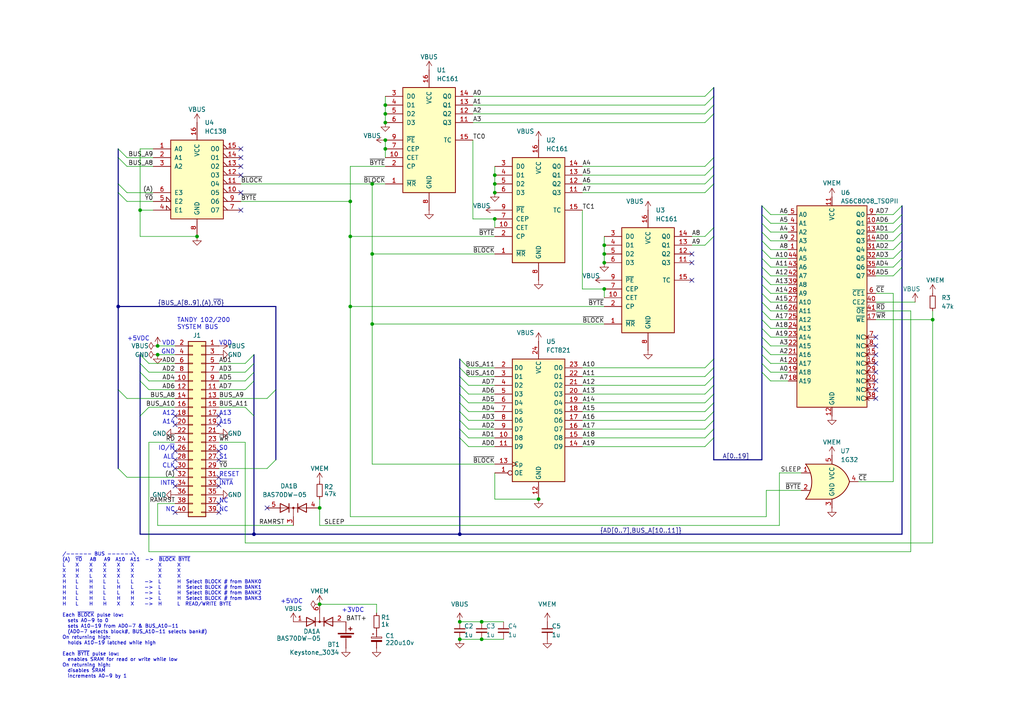
<source format=kicad_sch>
(kicad_sch (version 20231120) (generator "eeschema") (generator_version "8.0")
  (paper "A4")
  (title_block (title "MiniNDP 1M") (date "2024-05-21") (rev "B02") (company "Brian K. White - b.kenyon.w@gmail.com") (comment 1 "github.com/bkw777/NODE_DATAPAC") (comment 2 "Use with RAM100.CO or RAM200.CO") (comment 3 "Work-alike of NODE Systems DATAPAC / RAMPAC"))
  (junction (at 143.51 53.34))
  (junction (at 133.35 180.34))
  (junction (at 175.26 71.12))
  (junction (at 101.6 88.9))
  (junction (at 175.26 73.66))
  (junction (at 45.72 100.33))
  (junction (at 111.76 40.64))
  (junction (at 139.7 185.42))
  (junction (at 101.6 58.42))
  (junction (at 45.72 102.87))
  (junction (at 156.21 144.78))
  (junction (at 143.51 63.5))
  (junction (at 73.66 154.94))
  (junction (at 175.26 83.82))
  (junction (at 92.71 147.32))
  (junction (at 175.26 76.2))
  (junction (at 143.51 55.88))
  (junction (at 133.35 154.94))
  (junction (at 92.71 175.26))
  (junction (at 133.35 185.42))
  (junction (at 111.76 43.18))
  (junction (at 107.95 53.34))
  (junction (at 111.76 30.48))
  (junction (at 57.15 68.58))
  (junction (at 40.64 60.96))
  (junction (at 101.6 68.58))
  (junction (at 139.7 180.34))
  (junction (at 107.95 93.98))
  (junction (at 34.29 88.9))
  (junction (at 111.76 33.02))
  (junction (at 107.95 73.66))
  (junction (at 111.76 35.56))
  (junction (at 270.51 92.71))
  (junction (at 143.51 50.8))
  (no_connect (at 63.5 138.43))
  (no_connect (at 200.66 73.66))
  (no_connect (at 69.85 50.8))
  (no_connect (at 63.5 123.19))
  (no_connect (at 254 97.79))
  (no_connect (at 254 115.57))
  (no_connect (at 50.8 148.59))
  (no_connect (at 63.5 130.81))
  (no_connect (at 254 107.95))
  (no_connect (at 63.5 148.59))
  (no_connect (at 69.85 60.96))
  (no_connect (at 254 113.03))
  (no_connect (at 254 110.49))
  (no_connect (at 50.8 130.81))
  (no_connect (at 200.66 81.28))
  (no_connect (at 50.8 120.65))
  (no_connect (at 69.85 55.88))
  (no_connect (at 50.8 123.19))
  (no_connect (at 69.85 43.18))
  (no_connect (at 50.8 140.97))
  (no_connect (at 69.85 45.72))
  (no_connect (at 254 100.33))
  (no_connect (at 200.66 76.2))
  (no_connect (at 50.8 133.35))
  (no_connect (at 50.8 135.89))
  (no_connect (at 63.5 146.05))
  (no_connect (at 254 105.41))
  (no_connect (at 63.5 120.65))
  (no_connect (at 63.5 133.35))
  (no_connect (at 63.5 140.97))
  (no_connect (at 69.85 48.26))
  (no_connect (at 77.47 147.32))
  (no_connect (at 254 102.87))
  (bus_entry (at 204.47 71.12) (size 2.54 -2.54))
  (bus_entry (at 259.08 64.77) (size 2.54 -2.54))
  (bus_entry (at 204.47 27.94) (size 2.54 -2.54))
  (bus_entry (at 43.18 110.49) (size -2.54 -2.54))
  (bus_entry (at 133.35 124.46) (size 2.54 2.54))
  (bus_entry (at 204.47 35.56) (size 2.54 -2.54))
  (bus_entry (at 223.52 72.39) (size -2.54 -2.54))
  (bus_entry (at 204.47 129.54) (size 2.54 -2.54))
  (bus_entry (at 40.64 120.65) (size 2.54 -2.54))
  (bus_entry (at 204.47 116.84) (size 2.54 -2.54))
  (bus_entry (at 133.35 127) (size 2.54 2.54))
  (bus_entry (at 223.52 74.93) (size -2.54 -2.54))
  (bus_entry (at 223.52 85.09) (size -2.54 -2.54))
  (bus_entry (at 204.47 119.38) (size 2.54 -2.54))
  (bus_entry (at 133.35 119.38) (size 2.54 2.54))
  (bus_entry (at 34.29 53.34) (size 2.54 2.54))
  (bus_entry (at 43.18 113.03) (size -2.54 -2.54))
  (bus_entry (at 223.52 97.79) (size -2.54 -2.54))
  (bus_entry (at 43.18 105.41) (size -2.54 -2.54))
  (bus_entry (at 34.29 43.18) (size 2.54 2.54))
  (bus_entry (at 223.52 80.01) (size -2.54 -2.54))
  (bus_entry (at 223.52 77.47) (size -2.54 -2.54))
  (bus_entry (at 223.52 69.85) (size -2.54 -2.54))
  (bus_entry (at 204.47 53.34) (size 2.54 -2.54))
  (bus_entry (at 223.52 82.55) (size -2.54 -2.54))
  (bus_entry (at 223.52 90.17) (size -2.54 -2.54))
  (bus_entry (at 71.12 105.41) (size 2.54 -2.54))
  (bus_entry (at 80.01 133.35) (size -2.54 2.54))
  (bus_entry (at 204.47 111.76) (size 2.54 -2.54))
  (bus_entry (at 223.52 105.41) (size -2.54 -2.54))
  (bus_entry (at 259.08 72.39) (size 2.54 -2.54))
  (bus_entry (at 204.47 121.92) (size 2.54 -2.54))
  (bus_entry (at 223.52 64.77) (size -2.54 -2.54))
  (bus_entry (at 80.01 113.03) (size -2.54 2.54))
  (bus_entry (at 259.08 74.93) (size 2.54 -2.54))
  (bus_entry (at 133.35 121.92) (size 2.54 2.54))
  (bus_entry (at 223.52 102.87) (size -2.54 -2.54))
  (bus_entry (at 34.29 45.72) (size 2.54 2.54))
  (bus_entry (at 204.47 50.8) (size 2.54 -2.54))
  (bus_entry (at 34.29 55.88) (size 2.54 2.54))
  (bus_entry (at 223.52 87.63) (size -2.54 -2.54))
  (bus_entry (at 259.08 80.01) (size 2.54 -2.54))
  (bus_entry (at 259.08 77.47) (size 2.54 -2.54))
  (bus_entry (at 43.18 107.95) (size -2.54 -2.54))
  (bus_entry (at 71.12 113.03) (size 2.54 -2.54))
  (bus_entry (at 204.47 68.58) (size 2.54 -2.54))
  (bus_entry (at 133.35 106.68) (size 2.54 2.54))
  (bus_entry (at 204.47 109.22) (size 2.54 -2.54))
  (bus_entry (at 223.52 92.71) (size -2.54 -2.54))
  (bus_entry (at 259.08 67.31) (size 2.54 -2.54))
  (bus_entry (at 133.35 116.84) (size 2.54 2.54))
  (bus_entry (at 259.08 62.23) (size 2.54 -2.54))
  (bus_entry (at 223.52 100.33) (size -2.54 -2.54))
  (bus_entry (at 223.52 110.49) (size -2.54 -2.54))
  (bus_entry (at 204.47 106.68) (size 2.54 -2.54))
  (bus_entry (at 223.52 95.25) (size -2.54 -2.54))
  (bus_entry (at 204.47 48.26) (size 2.54 -2.54))
  (bus_entry (at 259.08 69.85) (size 2.54 -2.54))
  (bus_entry (at 34.29 113.03) (size 2.54 2.54))
  (bus_entry (at 133.35 114.3) (size 2.54 2.54))
  (bus_entry (at 223.52 107.95) (size -2.54 -2.54))
  (bus_entry (at 204.47 33.02) (size 2.54 -2.54))
  (bus_entry (at 133.35 104.14) (size 2.54 2.54))
  (bus_entry (at 73.66 120.65) (size -2.54 -2.54))
  (bus_entry (at 204.47 114.3) (size 2.54 -2.54))
  (bus_entry (at 223.52 62.23) (size -2.54 -2.54))
  (bus_entry (at 71.12 107.95) (size 2.54 -2.54))
  (bus_entry (at 204.47 127) (size 2.54 -2.54))
  (bus_entry (at 133.35 109.22) (size 2.54 2.54))
  (bus_entry (at 133.35 111.76) (size 2.54 2.54))
  (bus_entry (at 223.52 67.31) (size -2.54 -2.54))
  (bus_entry (at 204.47 124.46) (size 2.54 -2.54))
  (bus_entry (at 36.83 138.43) (size -2.54 -2.54))
  (bus_entry (at 204.47 55.88) (size 2.54 -2.54))
  (bus_entry (at 71.12 110.49) (size 2.54 -2.54))
  (bus_entry (at 204.47 30.48) (size 2.54 -2.54))
  (bus (pts (xy 133.35 119.38) (xy 133.35 121.92)))
  (wire (pts (xy 135.89 106.68) (xy 143.51 106.68)))
  (bus (pts (xy 220.98 95.25) (xy 220.98 97.79)))
  (wire (pts (xy 222.25 142.24) (xy 232.41 142.24)))
  (wire (pts (xy 101.6 149.86) (xy 222.25 149.86)))
  (bus (pts (xy 34.29 45.72) (xy 34.29 53.34)))
  (wire (pts (xy 111.76 40.64) (xy 111.76 43.18)))
  (wire (pts (xy 45.72 146.05) (xy 45.72 152.4)))
  (wire (pts (xy 223.52 82.55) (xy 228.6 82.55)))
  (wire (pts (xy 175.26 73.66) (xy 175.26 71.12)))
  (wire (pts (xy 200.66 68.58) (xy 204.47 68.58)))
  (bus (pts (xy 220.98 105.41) (xy 220.98 102.87)))
  (wire (pts (xy 111.76 30.48) (xy 111.76 33.02)))
  (wire (pts (xy 107.95 134.62) (xy 143.51 134.62)))
  (wire (pts (xy 254 80.01) (xy 259.08 80.01)))
  (wire (pts (xy 135.89 121.92) (xy 143.51 121.92)))
  (wire (pts (xy 143.51 137.16) (xy 143.51 144.78)))
  (wire (pts (xy 223.52 67.31) (xy 228.6 67.31)))
  (wire (pts (xy 168.91 114.3) (xy 204.47 114.3)))
  (bus (pts (xy 220.98 80.01) (xy 220.98 82.55)))
  (bus (pts (xy 220.98 133.35) (xy 220.98 107.95)))
  (wire (pts (xy 107.95 53.34) (xy 107.95 73.66)))
  (wire (pts (xy 137.16 27.94) (xy 204.47 27.94)))
  (wire (pts (xy 36.83 55.88) (xy 44.45 55.88)))
  (wire (pts (xy 222.25 142.24) (xy 222.25 149.86)))
  (wire (pts (xy 43.18 113.03) (xy 50.8 113.03)))
  (wire (pts (xy 226.06 137.16) (xy 232.41 137.16)))
  (bus (pts (xy 80.01 88.9) (xy 80.01 113.03)))
  (wire (pts (xy 36.83 115.57) (xy 50.8 115.57)))
  (bus (pts (xy 220.98 62.23) (xy 220.98 64.77)))
  (wire (pts (xy 107.95 93.98) (xy 107.95 134.62)))
  (bus (pts (xy 207.01 121.92) (xy 207.01 124.46)))
  (bus (pts (xy 40.64 105.41) (xy 40.64 107.95)))
  (wire (pts (xy 101.6 88.9) (xy 175.26 88.9)))
  (wire (pts (xy 175.26 83.82) (xy 168.91 83.82)))
  (bus (pts (xy 207.01 30.48) (xy 207.01 33.02)))
  (bus (pts (xy 207.01 33.02) (xy 207.01 45.72)))
  (wire (pts (xy 223.52 87.63) (xy 228.6 87.63)))
  (wire (pts (xy 139.7 185.42) (xy 146.05 185.42)))
  (wire (pts (xy 69.85 58.42) (xy 101.6 58.42)))
  (wire (pts (xy 43.18 105.41) (xy 50.8 105.41)))
  (wire (pts (xy 135.89 129.54) (xy 143.51 129.54)))
  (bus (pts (xy 207.01 133.35) (xy 220.98 133.35)))
  (wire (pts (xy 63.5 115.57) (xy 77.47 115.57)))
  (bus (pts (xy 207.01 50.8) (xy 207.01 53.34)))
  (bus (pts (xy 261.62 69.85) (xy 261.62 72.39)))
  (wire (pts (xy 254 74.93) (xy 259.08 74.93)))
  (bus (pts (xy 207.01 114.3) (xy 207.01 116.84)))
  (wire (pts (xy 168.91 127) (xy 204.47 127)))
  (wire (pts (xy 223.52 77.47) (xy 228.6 77.47)))
  (wire (pts (xy 143.51 48.26) (xy 143.51 50.8)))
  (bus (pts (xy 220.98 59.69) (xy 220.98 62.23)))
  (wire (pts (xy 168.91 106.68) (xy 204.47 106.68)))
  (wire (pts (xy 107.95 73.66) (xy 143.51 73.66)))
  (bus (pts (xy 73.66 120.65) (xy 73.66 154.94)))
  (bus (pts (xy 73.66 154.94) (xy 133.35 154.94)))
  (wire (pts (xy 223.52 64.77) (xy 228.6 64.77)))
  (wire (pts (xy 133.35 180.34) (xy 139.7 180.34)))
  (wire (pts (xy 168.91 124.46) (xy 204.47 124.46)))
  (bus (pts (xy 220.98 77.47) (xy 220.98 80.01)))
  (wire (pts (xy 168.91 116.84) (xy 204.47 116.84)))
  (wire (pts (xy 223.52 90.17) (xy 228.6 90.17)))
  (bus (pts (xy 220.98 74.93) (xy 220.98 77.47)))
  (wire (pts (xy 223.52 100.33) (xy 228.6 100.33)))
  (wire (pts (xy 111.76 45.72) (xy 111.76 43.18)))
  (bus (pts (xy 133.35 154.94) (xy 261.62 154.94)))
  (wire (pts (xy 45.72 100.33) (xy 50.8 100.33)))
  (wire (pts (xy 270.51 92.71) (xy 270.51 157.48)))
  (wire (pts (xy 71.12 128.27) (xy 71.12 157.48)))
  (bus (pts (xy 40.64 120.65) (xy 40.64 154.94)))
  (wire (pts (xy 139.7 180.34) (xy 146.05 180.34)))
  (wire (pts (xy 175.26 83.82) (xy 175.26 86.36)))
  (wire (pts (xy 223.52 69.85) (xy 228.6 69.85)))
  (bus (pts (xy 220.98 69.85) (xy 220.98 72.39)))
  (wire (pts (xy 135.89 119.38) (xy 143.51 119.38)))
  (bus (pts (xy 261.62 72.39) (xy 261.62 74.93)))
  (bus (pts (xy 220.98 82.55) (xy 220.98 85.09)))
  (wire (pts (xy 63.5 105.41) (xy 71.12 105.41)))
  (wire (pts (xy 200.66 71.12) (xy 204.47 71.12)))
  (wire (pts (xy 43.18 110.49) (xy 50.8 110.49)))
  (bus (pts (xy 34.29 113.03) (xy 34.29 135.89)))
  (wire (pts (xy 175.26 71.12) (xy 175.26 68.58)))
  (bus (pts (xy 34.29 55.88) (xy 34.29 88.9)))
  (bus (pts (xy 207.01 111.76) (xy 207.01 114.3)))
  (bus (pts (xy 261.62 64.77) (xy 261.62 67.31)))
  (wire (pts (xy 107.95 53.34) (xy 111.76 53.34)))
  (bus (pts (xy 207.01 106.68) (xy 207.01 109.22)))
  (bus (pts (xy 207.01 116.84) (xy 207.01 119.38)))
  (wire (pts (xy 168.91 119.38) (xy 204.47 119.38)))
  (bus (pts (xy 207.01 25.4) (xy 207.01 27.94)))
  (wire (pts (xy 223.52 97.79) (xy 228.6 97.79)))
  (bus (pts (xy 133.35 116.84) (xy 133.35 119.38)))
  (wire (pts (xy 101.6 68.58) (xy 101.6 88.9)))
  (wire (pts (xy 137.16 40.64) (xy 137.16 63.5)))
  (wire (pts (xy 137.16 35.56) (xy 204.47 35.56)))
  (bus (pts (xy 207.01 109.22) (xy 207.01 111.76)))
  (wire (pts (xy 133.35 185.42) (xy 139.7 185.42)))
  (bus (pts (xy 80.01 113.03) (xy 80.01 133.35)))
  (wire (pts (xy 168.91 129.54) (xy 204.47 129.54)))
  (wire (pts (xy 254 92.71) (xy 270.51 92.71)))
  (wire (pts (xy 254 69.85) (xy 259.08 69.85)))
  (wire (pts (xy 135.89 109.22) (xy 143.51 109.22)))
  (bus (pts (xy 40.64 110.49) (xy 40.64 120.65)))
  (wire (pts (xy 63.5 128.27) (xy 71.12 128.27)))
  (bus (pts (xy 207.01 127) (xy 207.01 133.35)))
  (wire (pts (xy 226.06 137.16) (xy 226.06 152.4)))
  (wire (pts (xy 135.89 127) (xy 143.51 127)))
  (wire (pts (xy 223.52 62.23) (xy 228.6 62.23)))
  (wire (pts (xy 168.91 109.22) (xy 204.47 109.22)))
  (wire (pts (xy 143.51 50.8) (xy 143.51 53.34)))
  (wire (pts (xy 45.72 102.87) (xy 50.8 102.87)))
  (bus (pts (xy 207.01 53.34) (xy 207.01 66.04)))
  (wire (pts (xy 111.76 27.94) (xy 111.76 30.48)))
  (bus (pts (xy 133.35 104.14) (xy 133.35 106.68)))
  (bus (pts (xy 207.01 66.04) (xy 207.01 68.58)))
  (wire (pts (xy 101.6 68.58) (xy 143.51 68.58)))
  (bus (pts (xy 261.62 62.23) (xy 261.62 64.77)))
  (wire (pts (xy 69.85 53.34) (xy 107.95 53.34)))
  (wire (pts (xy 137.16 63.5) (xy 143.51 63.5)))
  (bus (pts (xy 34.29 53.34) (xy 34.29 55.88)))
  (wire (pts (xy 40.64 60.96) (xy 40.64 68.58)))
  (bus (pts (xy 133.35 127) (xy 133.35 154.94)))
  (bus (pts (xy 261.62 74.93) (xy 261.62 77.47)))
  (bus (pts (xy 220.98 72.39) (xy 220.98 74.93)))
  (bus (pts (xy 73.66 105.41) (xy 73.66 107.95)))
  (bus (pts (xy 220.98 64.77) (xy 220.98 67.31)))
  (bus (pts (xy 261.62 59.69) (xy 261.62 62.23)))
  (bus (pts (xy 220.98 85.09) (xy 220.98 87.63)))
  (bus (pts (xy 73.66 107.95) (xy 73.66 110.49)))
  (wire (pts (xy 254 72.39) (xy 259.08 72.39)))
  (wire (pts (xy 168.91 50.8) (xy 204.47 50.8)))
  (bus (pts (xy 220.98 97.79) (xy 220.98 100.33)))
  (wire (pts (xy 109.22 177.8) (xy 109.22 175.26)))
  (wire (pts (xy 270.51 90.17) (xy 270.51 92.71)))
  (wire (pts (xy 135.89 114.3) (xy 143.51 114.3)))
  (wire (pts (xy 101.6 48.26) (xy 111.76 48.26)))
  (wire (pts (xy 223.52 85.09) (xy 228.6 85.09)))
  (bus (pts (xy 220.98 90.17) (xy 220.98 92.71)))
  (bus (pts (xy 133.35 111.76) (xy 133.35 114.3)))
  (wire (pts (xy 101.6 88.9) (xy 101.6 149.86)))
  (bus (pts (xy 40.64 107.95) (xy 40.64 110.49)))
  (wire (pts (xy 175.26 76.2) (xy 175.26 73.66)))
  (wire (pts (xy 168.91 55.88) (xy 204.47 55.88)))
  (bus (pts (xy 261.62 77.47) (xy 261.62 154.94)))
  (wire (pts (xy 40.64 68.58) (xy 57.15 68.58)))
  (wire (pts (xy 63.5 107.95) (xy 71.12 107.95)))
  (bus (pts (xy 207.01 124.46) (xy 207.01 127)))
  (wire (pts (xy 168.91 83.82) (xy 168.91 60.96)))
  (wire (pts (xy 168.91 53.34) (xy 204.47 53.34)))
  (wire (pts (xy 168.91 121.92) (xy 204.47 121.92)))
  (wire (pts (xy 223.52 72.39) (xy 228.6 72.39)))
  (wire (pts (xy 248.92 139.7) (xy 259.08 139.7)))
  (wire (pts (xy 223.52 80.01) (xy 228.6 80.01)))
  (bus (pts (xy 34.29 43.18) (xy 34.29 45.72)))
  (bus (pts (xy 261.62 67.31) (xy 261.62 69.85)))
  (bus (pts (xy 207.01 48.26) (xy 207.01 50.8)))
  (bus (pts (xy 73.66 102.87) (xy 73.66 105.41)))
  (wire (pts (xy 254 67.31) (xy 259.08 67.31)))
  (wire (pts (xy 135.89 116.84) (xy 143.51 116.84)))
  (bus (pts (xy 220.98 100.33) (xy 220.98 102.87)))
  (wire (pts (xy 40.64 43.18) (xy 40.64 60.96)))
  (wire (pts (xy 223.52 107.95) (xy 228.6 107.95)))
  (wire (pts (xy 254 64.77) (xy 259.08 64.77)))
  (bus (pts (xy 133.35 121.92) (xy 133.35 124.46)))
  (wire (pts (xy 254 62.23) (xy 259.08 62.23)))
  (bus (pts (xy 133.35 109.22) (xy 133.35 111.76)))
  (wire (pts (xy 223.52 102.87) (xy 228.6 102.87)))
  (bus (pts (xy 207.01 27.94) (xy 207.01 30.48)))
  (wire (pts (xy 265.43 87.63) (xy 254 87.63)))
  (wire (pts (xy 254 77.47) (xy 259.08 77.47)))
  (wire (pts (xy 43.18 128.27) (xy 43.18 160.02)))
  (wire (pts (xy 43.18 107.95) (xy 50.8 107.95)))
  (bus (pts (xy 207.01 104.14) (xy 207.01 106.68)))
  (wire (pts (xy 101.6 58.42) (xy 101.6 68.58)))
  (wire (pts (xy 63.5 113.03) (xy 71.12 113.03)))
  (bus (pts (xy 207.01 45.72) (xy 207.01 48.26)))
  (bus (pts (xy 34.29 88.9) (xy 34.29 113.03)))
  (wire (pts (xy 40.64 43.18) (xy 44.45 43.18)))
  (wire (pts (xy 63.5 118.11) (xy 71.12 118.11)))
  (wire (pts (xy 50.8 128.27) (xy 43.18 128.27)))
  (wire (pts (xy 270.51 157.48) (xy 71.12 157.48)))
  (wire (pts (xy 63.5 110.49) (xy 71.12 110.49)))
  (wire (pts (xy 36.83 48.26) (xy 44.45 48.26)))
  (wire (pts (xy 143.51 53.34) (xy 143.51 55.88)))
  (wire (pts (xy 259.08 85.09) (xy 259.08 139.7)))
  (wire (pts (xy 223.52 110.49) (xy 228.6 110.49)))
  (bus (pts (xy 220.98 92.71) (xy 220.98 95.25)))
  (wire (pts (xy 137.16 30.48) (xy 204.47 30.48)))
  (bus (pts (xy 34.29 88.9) (xy 80.01 88.9)))
  (wire (pts (xy 63.5 135.89) (xy 77.47 135.89)))
  (wire (pts (xy 109.22 175.26) (xy 92.71 175.26)))
  (wire (pts (xy 135.89 111.76) (xy 143.51 111.76)))
  (wire (pts (xy 92.71 144.78) (xy 92.71 147.32)))
  (wire (pts (xy 111.76 33.02) (xy 111.76 35.56)))
  (wire (pts (xy 223.52 105.41) (xy 228.6 105.41)))
  (bus (pts (xy 73.66 110.49) (xy 73.66 120.65)))
  (wire (pts (xy 45.72 146.05) (xy 50.8 146.05)))
  (wire (pts (xy 137.16 33.02) (xy 204.47 33.02)))
  (wire (pts (xy 107.95 73.66) (xy 107.95 93.98)))
  (bus (pts (xy 207.01 68.58) (xy 207.01 104.14)))
  (wire (pts (xy 143.51 144.78) (xy 156.21 144.78)))
  (bus (pts (xy 133.35 114.3) (xy 133.35 116.84)))
  (wire (pts (xy 43.18 118.11) (xy 50.8 118.11)))
  (wire (pts (xy 223.52 74.93) (xy 228.6 74.93)))
  (wire (pts (xy 259.08 85.09) (xy 254 85.09)))
  (bus (pts (xy 220.98 107.95) (xy 220.98 105.41)))
  (wire (pts (xy 168.91 48.26) (xy 204.47 48.26)))
  (bus (pts (xy 220.98 87.63) (xy 220.98 90.17)))
  (wire (pts (xy 254 90.17) (xy 264.16 90.17)))
  (wire (pts (xy 143.51 63.5) (xy 143.51 66.04)))
  (bus (pts (xy 220.98 67.31) (xy 220.98 69.85)))
  (wire (pts (xy 36.83 58.42) (xy 44.45 58.42)))
  (wire (pts (xy 135.89 124.46) (xy 143.51 124.46)))
  (wire (pts (xy 264.16 160.02) (xy 264.16 90.17)))
  (wire (pts (xy 36.83 138.43) (xy 50.8 138.43)))
  (bus (pts (xy 40.64 102.87) (xy 40.64 105.41)))
  (wire (pts (xy 223.52 92.71) (xy 228.6 92.71)))
  (wire (pts (xy 101.6 48.26) (xy 101.6 58.42)))
  (wire (pts (xy 36.83 45.72) (xy 44.45 45.72)))
  (bus (pts (xy 133.35 124.46) (xy 133.35 127)))
  (wire (pts (xy 168.91 111.76) (xy 204.47 111.76)))
  (wire (pts (xy 45.72 152.4) (xy 85.09 152.4)))
  (wire (pts (xy 92.71 152.4) (xy 226.06 152.4)))
  (wire (pts (xy 223.52 95.25) (xy 228.6 95.25)))
  (bus (pts (xy 133.35 106.68) (xy 133.35 109.22)))
  (bus (pts (xy 40.64 154.94) (xy 73.66 154.94)))
  (bus (pts (xy 207.01 119.38) (xy 207.01 121.92)))
  (wire (pts (xy 40.64 60.96) (xy 44.45 60.96)))
  (wire (pts (xy 107.95 93.98) (xy 175.26 93.98)))
  (wire (pts (xy 92.71 152.4) (xy 92.71 147.32)))
  (wire (pts (xy 43.18 160.02) (xy 264.16 160.02)))
  (text "TANDY 102/200\nSYSTEM BUS" (at 51.308 95.758 0) (effects (font (size 1.27 1.27)) (justify left bottom)))
  (text "+5VDC" (at 36.83 99.06 0) (effects (font (size 1.27 1.27)) (justify left bottom)))
  (text "A15" (at 63.5 123.19 0) (effects (font (size 1.27 1.27)) (justify left bottom)))
  (text "INTR" (at 50.8 140.97 0) (effects (font (size 1.27 1.27)) (justify right bottom)))
  (text "A14" (at 50.8 123.19 0) (effects (font (size 1.27 1.27)) (justify right bottom)))
  (text "ALE" (at 50.8 133.35 0) (effects (font (size 1.27 1.27)) (justify right bottom)))
  (text "S1" (at 63.5 133.35 0) (effects (font (size 1.27 1.27)) (justify left bottom)))
  (text "NC" (at 63.5 148.59 0) (effects (font (size 1.27 1.27)) (justify left bottom)))
  (text "NC" (at 63.5 146.05 0) (effects (font (size 1.27 1.27)) (justify left bottom)))
  (text "~{INTA}" (at 63.5 140.97 0) (effects (font (size 1.27 1.27)) (justify left bottom)))
  (text "CLK" (at 50.8 135.89 0) (effects (font (size 1.27 1.27)) (justify right bottom)))
  (text "GND" (at 50.8 102.87 0) (effects (font (size 1.27 1.27)) (justify right bottom)))
  (text "IO/~{M}" (at 50.8 130.81 0) (effects (font (size 1.27 1.27)) (justify right bottom)))
  (text "VDD" (at 50.8 100.33 0) (effects (font (size 1.27 1.27)) (justify right bottom)))
  (text "/------ BUS ------\\\n(A)	~{YO}   A8   A9  A10  A11  ->  ~{BLOCK} ~{BYTE}\nL	X	X	X	X	X		X	  X\nX	H	X	X	X	X		X	  X\nX	X	L	X	X	X		X	  X\nH	L	H	L	L	L	->  L	  H  Select BLOCK # from BANK0\nH	L	H	L	H	L	->  L	  H  Select BLOCK # from BANK1\nH	L	H	L	L	H	->  L	  H  Select BLOCK # from BANK2\nH	L	H	L	H	H	->  L	  H  Select BLOCK # from BANK3\nH	L	H	H	X	X	->  H	  L  READ/WRITE BYTE\n\nEach ~{BLOCK} pulse low:\n  sets A0-9 to 0\n  sets A10-19 from AD0-7 & BUS_A10-11\n  (AD0-7 selects block#, BUS_A10-11 selects bank#)\nOn returning high:\n  holds A10-19 latched while high\n\nEach ~{BYTE} pulse low:\n  enables SRAM for read or write while low\nOn returning high:\n  disables SRAM\n  increments A0-9 by 1\n" (at 18.034 196.85 0) (effects (font (size 1 1)) (justify left bottom)))
  (text "+3VDC" (at 99.06 177.8 0) (effects (font (size 1.27 1.27)) (justify left bottom)))
  (text "S0" (at 63.5 130.81 0) (effects (font (size 1.27 1.27)) (justify left bottom)))
  (text "RESET" (at 63.5 138.43 0) (effects (font (size 1.27 1.27)) (justify left bottom)))
  (text "NC" (at 50.8 148.59 0) (effects (font (size 1.27 1.27)) (justify right bottom)))
  (text "VDD" (at 63.5 100.33 0) (effects (font (size 1.27 1.27)) (justify left bottom)))
  (text "+5VDC" (at 81.28 175.26 0) (effects (font (size 1.27 1.27)) (justify left bottom)))
  (text "A13" (at 63.5 120.65 0) (effects (font (size 1.27 1.27)) (justify left bottom)))
  (text "A12" (at 50.8 120.65 0) (effects (font (size 1.27 1.27)) (justify right bottom)))
  (label "BUS_A8" (at 50.8 115.57 180))
  (label "~{RD}" (at 254 90.17 0))
  (label "A17" (at 168.91 124.46 0))
  (label "BUS_A11" (at 143.51 106.68 180))
  (label "BATT+" (at 100.33 180.34 0))
  (label "AD3" (at 63.5 107.95 0))
  (label "A5" (at 168.91 50.8 0))
  (label "A1" (at 228.6 105.41 180))
  (label "~{CE}" (at 254 85.09 0))
  (label "A7" (at 228.6 110.49 180))
  (label "A2" (at 137.16 33.02 0))
  (label "AD5" (at 143.51 116.84 180))
  (label "A13" (at 228.6 82.55 180))
  (label "AD0" (at 254 69.85 0))
  (label "A1" (at 137.16 30.48 0))
  (label "~{CE}" (at 248.92 139.7 0))
  (label "~{BLOCK}" (at 143.51 73.66 180))
  (label "A16" (at 228.6 90.17 180))
  (label "A11" (at 168.91 109.22 0))
  (label "AD6" (at 143.51 114.3 180))
  (label "~{Y0}" (at 44.45 58.42 180))
  (label "AD1" (at 63.5 105.41 0))
  (label "A6" (at 168.91 53.34 0))
  (label "A7" (at 168.91 55.88 0))
  (label "{AD[0..7],BUS_A[10..11]}" (at 173.99 154.94 0))
  (label "A9" (at 200.66 71.12 0))
  (label "AD5" (at 254 80.01 0))
  (label "A10" (at 168.91 106.68 0))
  (label "RAMRST" (at 50.8 146.05 180))
  (label "AD7" (at 63.5 113.03 0))
  (label "A0" (at 137.16 27.94 0))
  (label "AD2" (at 50.8 107.95 180))
  (label "~{Y0}" (at 63.5 135.89 0))
  (label "AD1" (at 254 67.31 0))
  (label "A12" (at 168.91 111.76 0))
  (label "A17" (at 228.6 92.71 180))
  (label "AD0" (at 143.51 129.54 180))
  (label "A3" (at 228.6 100.33 180))
  (label "A[0..19]" (at 209.55 133.35 0))
  (label "A8" (at 228.6 72.39 180))
  (label "(A)" (at 44.45 55.88 180))
  (label "A18" (at 228.6 95.25 180))
  (label "A18" (at 168.91 127 0))
  (label "RAMRST" (at 82.55 152.4 180))
  (label "AD6" (at 50.8 113.03 180))
  (label "A2" (at 228.6 102.87 180))
  (label "A15" (at 228.6 87.63 180))
  (label "~{BLOCK}" (at 69.85 53.34 0))
  (label "A6" (at 228.6 62.23 180))
  (label "BUS_A11" (at 63.5 118.11 0))
  (label "A9" (at 228.6 69.85 180))
  (label "~{BLOCK}" (at 175.26 93.98 180))
  (label "AD4" (at 143.51 119.38 180))
  (label "~{BYTE}" (at 111.76 48.26 180))
  (label "AD7" (at 254 62.23 0))
  (label "AD4" (at 254 77.47 0))
  (label "AD2" (at 143.51 124.46 180))
  (label "A15" (at 168.91 119.38 0))
  (label "A13" (at 168.91 114.3 0))
  (label "BUS_A10" (at 143.51 109.22 180))
  (label "A8" (at 200.66 68.58 0))
  (label "~{BYTE}" (at 175.26 88.9 180))
  (label "~{BYTE}" (at 143.51 68.58 180))
  (label "BUS_A10" (at 50.8 118.11 180))
  (label "AD0" (at 50.8 105.41 180))
  (label "~{WR}" (at 254 92.71 0))
  (label "A16" (at 168.91 121.92 0))
  (label "A4" (at 168.91 48.26 0))
  (label "AD3" (at 254 74.93 0))
  (label "{BUS_A[8..9],(A),~{Y0}}" (at 45.72 88.9 0))
  (label "A3" (at 137.16 35.56 0))
  (label "BUS_A9" (at 44.45 45.72 180))
  (label "AD4" (at 50.8 110.49 180))
  (label "A11" (at 228.6 77.47 180))
  (label "A12" (at 228.6 80.01 180))
  (label "A0" (at 228.6 107.95 180))
  (label "~{BLOCK}" (at 143.51 134.62 180))
  (label "A14" (at 168.91 116.84 0))
  (label "A5" (at 228.6 64.77 180))
  (label "SLEEP" (at 232.41 137.16 180))
  (label "BUS_A8" (at 44.45 48.26 180))
  (label "AD2" (at 254 72.39 0))
  (label "AD7" (at 143.51 111.76 180))
  (label "A14" (at 228.6 85.09 180))
  (label "AD1" (at 143.51 127 180))
  (label "A19" (at 168.91 129.54 0))
  (label "A19" (at 228.6 97.79 180))
  (label "~{WR}" (at 63.5 128.27 0))
  (label "~{BYTE}" (at 232.41 142.24 180))
  (label "(A)" (at 50.8 138.43 180))
  (label "A10" (at 228.6 74.93 180))
  (label "BUS_A9" (at 63.5 115.57 0))
  (label "AD6" (at 254 64.77 0))
  (label "TC0" (at 137.16 40.64 0))
  (label "TC1" (at 168.91 60.96 0))
  (label "~{RD}" (at 50.8 128.27 180))
  (label "AD5" (at 63.5 110.49 0))
  (label "~{BLOCK}" (at 111.76 53.34 180))
  (label "~{BYTE}" (at 69.85 58.42 0))
  (label "SLEEP" (at 93.98 152.4 0))
  (label "A4" (at 228.6 67.31 180))
  (label "AD3" (at 143.51 121.92 180))
  (symbol (lib_id "000_LOCAL:C_Polarized") (at 109.22 185.42 0) (unit 1)
    (property "Reference" "C1" (at 111.76 184.404 0) (effects (justify left)))
    (property "Value" "220u10v" (at 111.76 186.436 0) (effects (justify left)))
    (property "Footprint" "000_LOCAL:CP_6032" (effects (hide yes)))
    (property "Datasheet" "datasheets/TAJ.odf" (effects (hide yes)))
  )
  (symbol (lib_id "power:GND") (at 175.26 76.2 0) (unit 1)
    (property "Reference" "#PWR034" (effects (hide yes)))
    (property "Value" "GND" (effects (hide yes)))
    (property "Description" "Power symbol creates a global label with name \"GND\" , ground" (effects (hide yes)))
  )
  (symbol (lib_id "000_LOCAL:AS6C8008_TSOPII") (at 241.3 82.55 0) (unit 1)
    (property "Reference" "U6" (at 243.84 55.88 0) (effects (justify left)))
    (property "Value" "AS6C8008_TSOPII" (at 243.84 59.055 0) (effects (justify left bottom)))
    (property "Footprint" "000_LOCAL:TSOP-II-44" (effects (hide yes)))
    (property "Datasheet" "datasheets/AS6C8008.pdf" (effects (hide yes)))
    (property "Description" "1024K x 8 High-Speed CMOS Static RAM, TSOP-II-44" (effects (hide yes)))
  )
  (symbol (lib_name "C_1") (lib_id "000_LOCAL:C") (at 158.75 182.88 0) (unit 1)
    (property "Reference" "C5" (at 160.02 181.61 0) (effects (justify left)))
    (property "Value" "1u" (at 160.02 184.15 0) (effects (justify left)))
    (property "Footprint" "000_LOCAL:C_0805" (effects (hide yes)))
  )
  (symbol (lib_id "power:GND") (at 63.5 143.51 90) (unit 1)
    (property "Reference" "#PWR08" (effects (hide yes)))
    (property "Value" "GND" (at 66.04 143.51 90) (effects (justify right)))
    (property "Description" "Power symbol creates a global label with name \"GND\" , ground" (effects (hide yes)))
  )
  (symbol (lib_id "power:VMEM") (at 92.71 175.26 0) (unit 1)
    (property "Reference" "#PWR010" (effects (hide yes)))
    (property "Value" "VMEM" (at 92.71 171.45 0))
    (property "Description" "Power symbol creates a global label with name \"VMEM\"" (effects (hide yes)))
  )
  (symbol (lib_id "power:VBUS") (at 45.72 100.33 0) (unit 1)
    (property "Reference" "#PWR01" (effects (hide yes)))
    (property "Value" "VBUS" (at 43.18 100.33 0) (effects (justify right)))
    (property "Description" "Power symbol creates a global label with name \"VBUS\"" (effects (hide yes)))
  )
  (symbol (lib_id "000_LOCAL:74xx821") (at 156.21 119.38 0) (unit 1)
    (property "Reference" "U5" (at 158.4041 99.06 0) (effects (justify left)))
    (property "Value" "FCT821" (at 158.4041 101.6 0) (effects (justify left)))
    (property "Footprint" "000_LOCAL:SOIC-24" (effects (hide yes)))
    (property "Datasheet" "datasheets/CY74FCT821T.pdf" (effects (hide yes)))
    (property "Description" "10-bit Register, 3-state outputs" (effects (hide yes)))
  )
  (symbol (lib_id "000_LOCAL:Battery_Cell") (at 100.33 185.42 0) (unit 1)
    (property "Reference" "BT1" (at 96.774 186.944 0))
    (property "Value" "Keystone_3034" (at 91.186 189.23 0))
    (property "Footprint" "000_LOCAL:Keystone_3028_3034" (effects (hide yes)))
    (property "Datasheet" "datasheets/Keystone_3034.pdf" (effects (hide yes)))
  )
  (symbol (lib_id "power:VBUS") (at 143.51 60.96 90) (unit 1)
    (property "Reference" "#PWR035" (effects (hide yes)))
    (property "Value" "VBUS" (at 139.7 59.69 90))
    (property "Description" "Power symbol creates a global label with name \"VBUS\"" (effects (hide yes)))
  )
  (symbol (lib_id "power:GND") (at 57.15 68.58 0) (unit 1)
    (property "Reference" "#PWR022" (effects (hide yes)))
    (property "Value" "GND" (effects (hide yes)))
    (property "Description" "Power symbol creates a global label with name \"GND\" , ground" (effects (hide yes)))
  )
  (symbol (lib_id "power:VMEM") (at 92.71 139.7 0) (unit 1)
    (property "Reference" "#PWR013" (effects (hide yes)))
    (property "Value" "VMEM" (at 92.71 135.89 0))
    (property "Description" "Power symbol creates a global label with name \"VMEM\"" (effects (hide yes)))
  )
  (symbol (lib_id "power:GND") (at 50.8 125.73 270) (unit 1)
    (property "Reference" "#PWR05" (effects (hide yes)))
    (property "Value" "GND" (at 48.26 125.73 90) (effects (justify right)))
    (property "Description" "Power symbol creates a global label with name \"GND\" , ground" (effects (hide yes)))
  )
  (symbol (lib_id "power:VBUS") (at 265.43 87.63 0) (unit 1)
    (property "Reference" "#PWR026" (effects (hide yes)))
    (property "Value" "VBUS" (at 264.414 83.82 0))
    (property "Description" "Power symbol creates a global label with name \"VBUS\"" (effects (hide yes)))
  )
  (symbol (lib_id "power:VMEM") (at 241.3 57.15 0) (unit 1)
    (property "Reference" "#PWR012" (effects (hide yes)))
    (property "Value" "VMEM" (at 241.3 53.086 0))
    (property "Description" "Power symbol creates a global label with name \"VMEM\"" (effects (hide yes)))
  )
  (symbol (lib_id "power:PWR_FLAG") (at 45.72 100.33 90) (unit 1)
    (property "Reference" "#FLG01" (effects (hide yes)))
    (property "Value" "PWR_FLAG" (effects (hide yes)))
    (property "Description" "Special symbol for telling ERC where power comes from" (effects (hide yes)))
  )
  (symbol (lib_id "000_LOCAL:BAV70S") (at 92.71 180.34 0) (mirror x) (unit 1)
    (property "Reference" "DA1" (at 90.424 183.134 0))
    (property "Value" "BAS70DW-05" (at 86.614 185.166 0))
    (property "Footprint" "000_LOCAL:SOT-363_SC-70-6_symmetric" (effects (hide yes)))
    (property "Datasheet" "datasheets/BAS70.pdf" (effects (hide yes)))
  )
  (symbol (lib_id "power:GND") (at 100.33 187.96 0) (unit 1)
    (property "Reference" "#PWR058" (effects (hide yes)))
    (property "Value" "GND" (effects (hide yes)))
    (property "Description" "Power symbol creates a global label with name \"GND\" , ground" (effects (hide yes)))
  )
  (symbol (lib_id "power:GND") (at 156.21 81.28 0) (unit 1)
    (property "Reference" "#PWR019" (effects (hide yes)))
    (property "Value" "GND" (effects (hide yes)))
    (property "Description" "Power symbol creates a global label with name \"GND\" , ground" (effects (hide yes)))
  )
  (symbol (lib_id "000_LOCAL:74xx161") (at 187.96 81.28 0) (unit 1)
    (property "Reference" "U3" (at 190.1541 60.96 0) (effects (justify left)))
    (property "Value" "HC161" (at 190.1541 63.5 0) (effects (justify left)))
    (property "Footprint" "000_LOCAL:TSSOP-16" (effects (hide yes)))
    (property "Datasheet" "datasheets/74xx161.pdf" (effects (hide yes)))
  )
  (symbol (lib_id "power:GND") (at 50.8 143.51 270) (unit 1)
    (property "Reference" "#PWR07" (effects (hide yes)))
    (property "Value" "GND" (at 48.26 143.51 90) (effects (justify right)))
    (property "Description" "Power symbol creates a global label with name \"GND\" , ground" (effects (hide yes)))
  )
  (symbol (lib_id "power:VBUS") (at 63.5 100.33 270) (unit 1)
    (property "Reference" "#PWR042" (effects (hide yes)))
    (property "Value" "VBUS" (at 68.58 100.33 90))
    (property "Description" "Power symbol creates a global label with name \"VBUS\"" (effects (hide yes)))
  )
  (symbol (lib_id "power:GND") (at 241.3 120.65 0) (unit 1)
    (property "Reference" "#PWR057" (effects (hide yes)))
    (property "Value" "GND" (effects (hide yes)))
    (property "Description" "Power symbol creates a global label with name \"GND\" , ground" (effects (hide yes)))
  )
  (symbol (lib_id "power:GND") (at 45.72 102.87 0) (unit 1)
    (property "Reference" "#PWR03" (effects (hide yes)))
    (property "Value" "GND" (at 43.18 102.87 0) (effects (justify right)))
    (property "Description" "Power symbol creates a global label with name \"GND\" , ground" (effects (hide yes)))
  )
  (symbol (lib_name "74xx161_1") (lib_id "000_LOCAL:74xx161") (at 124.46 40.64 0) (unit 1)
    (property "Reference" "U1" (at 126.6541 20.32 0) (effects (justify left)))
    (property "Value" "HC161" (at 126.6541 22.86 0) (effects (justify left)))
    (property "Footprint" "000_LOCAL:TSSOP-16" (effects (hide yes)))
    (property "Datasheet" "datasheets/74xx161.pdf" (effects (hide yes)))
  )
  (symbol (lib_id "000_LOCAL:BAV70S") (at 85.09 147.32 0) (mirror y) (unit 2)
    (property "Reference" "DA1" (at 83.82 140.97 0))
    (property "Value" "BAS70DW-05" (at 82.55 143.51 0))
    (property "Footprint" "000_LOCAL:SOT-363_SC-70-6_symmetric" (effects (hide yes)))
    (property "Datasheet" "datasheets/BAS70.pdf" (effects (hide yes)))
  )
  (symbol (lib_id "power:VMEM") (at 158.75 180.34 0) (unit 1) (on_board no)
    (property "Reference" "#PWR055" (effects (hide yes)))
    (property "Value" "VMEM" (at 158.75 175.26 0))
    (property "Description" "Power symbol creates a global label with name \"VMEM\"" (effects (hide yes)))
  )
  (symbol (lib_id "000_LOCAL:74xx138") (at 57.15 50.8 0) (unit 1)
    (property "Reference" "U4" (at 59.3441 35.56 0) (effects (justify left)))
    (property "Value" "HC138" (at 59.3441 38.1 0) (effects (justify left)))
    (property "Footprint" "000_LOCAL:TSSOP-16" (effects (hide yes)))
    (property "Datasheet" "datasheets/74xx138.pdf" (effects (hide yes)))
  )
  (symbol (lib_id "power:GND") (at 143.51 55.88 0) (unit 1)
    (property "Reference" "#PWR039" (effects (hide yes)))
    (property "Value" "GND" (effects (hide yes)))
    (property "Description" "Power symbol creates a global label with name \"GND\" , ground" (effects (hide yes)))
  )
  (symbol (lib_id "000_LOCAL:74xx1G32") (at 241.3 139.7 0) (unit 1)
    (property "Reference" "U7" (at 245.11 130.81 0))
    (property "Value" "1G32" (at 246.38 133.35 0))
    (property "Footprint" "000_LOCAL:SOT-353_SC-70-5" (effects (hide yes)))
    (property "Datasheet" "datasheets/74xx1G32.pdf" (effects (hide yes)))
  )
  (symbol (lib_id "power:PWR_FLAG") (at 45.72 102.87 90) (unit 1)
    (property "Reference" "#FLG03" (effects (hide yes)))
    (property "Value" "PWR_FLAG" (effects (hide yes)))
    (property "Description" "Special symbol for telling ERC where power comes from" (effects (hide yes)))
  )
  (symbol (lib_id "power:GND") (at 133.35 185.42 0) (unit 1)
    (property "Reference" "#PWR023" (effects (hide yes)))
    (property "Value" "GND" (effects (hide yes)))
    (property "Description" "Power symbol creates a global label with name \"GND\" , ground" (effects (hide yes)))
  )
  (symbol (lib_name "74xx161_2") (lib_id "000_LOCAL:74xx161") (at 156.21 60.96 0) (unit 1)
    (property "Reference" "U2" (at 158.4041 40.64 0) (effects (justify left)))
    (property "Value" "HC161" (at 158.4041 43.18 0) (effects (justify left)))
    (property "Footprint" "000_LOCAL:TSSOP-16" (effects (hide yes)))
    (property "Datasheet" "datasheets/74xx161.pdf" (effects (hide yes)))
  )
  (symbol (lib_id "power:GND") (at 63.5 125.73 90) (unit 1)
    (property "Reference" "#PWR06" (effects (hide yes)))
    (property "Value" "GND" (at 66.04 125.73 90) (effects (justify right)))
    (property "Description" "Power symbol creates a global label with name \"GND\" , ground" (effects (hide yes)))
  )
  (symbol (lib_id "power:GND") (at 111.76 35.56 0) (unit 1)
    (property "Reference" "#PWR038" (effects (hide yes)))
    (property "Value" "GND" (effects (hide yes)))
    (property "Description" "Power symbol creates a global label with name \"GND\" , ground" (effects (hide yes)))
  )
  (symbol (lib_id "000_LOCAL:C") (at 139.7 182.88 0) (unit 1)
    (property "Reference" "C3" (at 140.97 181.61 0) (effects (justify left)))
    (property "Value" "1u" (at 140.97 184.15 0) (effects (justify left)))
    (property "Footprint" "000_LOCAL:C_0805" (effects (hide yes)))
  )
  (symbol (lib_id "power:VMEM") (at 270.51 85.09 0) (unit 1)
    (property "Reference" "#PWR014" (effects (hide yes)))
    (property "Value" "VMEM" (at 271.272 81.28 0))
    (property "Description" "Power symbol creates a global label with name \"VMEM\"" (effects (hide yes)))
  )
  (symbol (lib_id "power:VBUS") (at 111.76 40.64 90) (unit 1)
    (property "Reference" "#PWR036" (effects (hide yes)))
    (property "Value" "VBUS" (at 110.49 39.37 90) (effects (justify left)))
    (property "Description" "Power symbol creates a global label with name \"VBUS\"" (effects (hide yes)))
  )
  (symbol (lib_id "power:GND") (at 124.46 60.96 0) (unit 1)
    (property "Reference" "#PWR020" (effects (hide yes)))
    (property "Value" "GND" (effects (hide yes)))
    (property "Description" "Power symbol creates a global label with name \"GND\" , ground" (effects (hide yes)))
  )
  (symbol (lib_id "000_LOCAL:R") (at 92.71 142.24 0) (unit 1)
    (property "Reference" "R2" (at 93.98 141.224 0) (effects (justify left)))
    (property "Value" "47k" (at 93.98 143.256 0) (effects (justify left)))
    (property "Footprint" "000_LOCAL:R_0805" (effects (hide yes)))
  )
  (symbol (lib_id "power:GND") (at 63.5 102.87 90) (unit 1)
    (property "Reference" "#PWR04" (effects (hide yes)))
    (property "Value" "GND" (at 66.04 102.87 90) (effects (justify right)))
    (property "Description" "Power symbol creates a global label with name \"GND\" , ground" (effects (hide yes)))
  )
  (symbol (lib_id "power:VBUS") (at 175.26 81.28 90) (unit 1)
    (property "Reference" "#PWR024" (effects (hide yes)))
    (property "Value" "VBUS" (at 173.99 80.01 90) (effects (justify left)))
    (property "Description" "Power symbol creates a global label with name \"VBUS\"" (effects (hide yes)))
  )
  (symbol (lib_id "power:PWR_FLAG") (at 92.71 175.26 90) (unit 1)
    (property "Reference" "#FLG02" (effects (hide yes)))
    (property "Value" "PWR_FLAG" (effects (hide yes)))
    (property "Description" "Special symbol for telling ERC where power comes from" (effects (hide yes)))
  )
  (symbol (lib_id "power:VBUS") (at 85.09 180.34 0) (unit 1)
    (property "Reference" "#PWR09" (effects (hide yes)))
    (property "Value" "VBUS" (at 85.09 176.53 0))
    (property "Description" "Power symbol creates a global label with name \"VBUS\"" (effects (hide yes)))
  )
  (symbol (lib_id "power:GND") (at 241.3 147.32 0) (unit 1)
    (property "Reference" "#PWR015" (effects (hide yes)))
    (property "Value" "GND" (effects (hide yes)))
    (property "Description" "Power symbol creates a global label with name \"GND\" , ground" (effects (hide yes)))
  )
  (symbol (lib_id "power:VMEM") (at 241.3 132.08 0) (unit 1)
    (property "Reference" "#PWR021" (effects (hide yes)))
    (property "Value" "VMEM" (at 241.3 128.27 0))
    (property "Description" "Power symbol creates a global label with name \"VMEM\"" (effects (hide yes)))
  )
  (symbol (lib_id "power:VBUS") (at 187.96 60.96 0) (unit 1)
    (property "Reference" "#PWR02" (effects (hide yes)))
    (property "Value" "VBUS" (at 184.15 58.42 0))
    (property "Description" "Power symbol creates a global label with name \"VBUS\"" (effects (hide yes)))
  )
  (symbol (lib_id "power:VBUS") (at 133.35 180.34 0) (unit 1)
    (property "Reference" "#PWR025" (effects (hide yes)))
    (property "Value" "VBUS" (at 133.35 175.26 0))
    (property "Description" "Power symbol creates a global label with name \"VBUS\"" (effects (hide yes)))
  )
  (symbol (lib_id "power:GND") (at 187.96 101.6 0) (unit 1)
    (property "Reference" "#PWR018" (effects (hide yes)))
    (property "Value" "GND" (effects (hide yes)))
    (property "Description" "Power symbol creates a global label with name \"GND\" , ground" (effects (hide yes)))
  )
  (symbol (lib_id "000_LOCAL:R") (at 109.22 180.34 0) (unit 1)
    (property "Reference" "R1" (at 110.49 179.07 0) (effects (justify left)))
    (property "Value" "1k" (at 110.49 181.102 0) (effects (justify left)))
    (property "Footprint" "000_LOCAL:R_0805" (effects (hide yes)))
  )
  (symbol (lib_id "000_LOCAL:Conn_02x20_Odd_Even") (at 58.42 123.19 0) (mirror y) (unit 1)
    (property "Reference" "J1" (at 57.15 97.282 0))
    (property "Value" "Conn_02x20_Odd_Even" (effects (hide yes)))
    (property "Footprint" "000_LOCAL:IDC-Header_2x20_P2.54mm_Vertical" (effects (hide yes)))
    (property "Datasheet" "datasheets/2x20_male_boxed.pdf" (effects (hide yes)))
  )
  (symbol (lib_id "power:GND") (at 158.75 185.42 0) (unit 1) (on_board no)
    (property "Reference" "#PWR041" (effects (hide yes)))
    (property "Value" "GND" (effects (hide yes)))
    (property "Description" "Power symbol creates a global label with name \"GND\" , ground" (effects (hide yes)))
  )
  (symbol (lib_id "power:VBUS") (at 156.21 99.06 0) (unit 1)
    (property "Reference" "#PWR032" (effects (hide yes)))
    (property "Value" "VBUS" (at 152.4 96.52 0))
    (property "Description" "Power symbol creates a global label with name \"VBUS\"" (effects (hide yes)))
  )
  (symbol (lib_id "power:GND") (at 109.22 187.96 0) (unit 1)
    (property "Reference" "#PWR028" (effects (hide yes)))
    (property "Value" "GND" (effects (hide yes)))
    (property "Description" "Power symbol creates a global label with name \"GND\" , ground" (effects (hide yes)))
  )
  (symbol (lib_id "power:VBUS") (at 57.15 35.56 0) (unit 1)
    (property "Reference" "#PWR033" (effects (hide yes)))
    (property "Value" "VBUS" (at 57.15 31.75 0))
    (property "Description" "Power symbol creates a global label with name \"VBUS\"" (effects (hide yes)))
  )
  (symbol (lib_id "power:VBUS") (at 124.46 20.32 0) (unit 1)
    (property "Reference" "#PWR017" (effects (hide yes)))
    (property "Value" "VBUS" (at 124.46 16.51 0))
    (property "Description" "Power symbol creates a global label with name \"VBUS\"" (effects (hide yes)))
  )
  (symbol (lib_id "power:GND") (at 156.21 144.78 0) (unit 1)
    (property "Reference" "#PWR011" (effects (hide yes)))
    (property "Value" "GND" (effects (hide yes)))
    (property "Description" "Power symbol creates a global label with name \"GND\" , ground" (effects (hide yes)))
  )
  (symbol (lib_id "000_LOCAL:R") (at 270.51 87.63 0) (unit 1)
    (property "Reference" "R3" (at 273.05 86.3599 0) (effects (justify left)))
    (property "Value" "47k" (at 273.05 88.8999 0) (effects (justify left)))
    (property "Footprint" "000_LOCAL:R_0805" (effects (hide yes)))
    (property "Description" "Resistor, small symbol" (effects (hide yes)))
  )
  (symbol (lib_id "000_LOCAL:C") (at 133.35 182.88 0) (unit 1)
    (property "Reference" "C2" (at 134.62 181.61 0) (effects (justify left)))
    (property "Value" "1u" (at 134.62 184.15 0) (effects (justify left)))
    (property "Footprint" "000_LOCAL:C_0805" (effects (hide yes)))
  )
  (symbol (lib_name "C_1") (lib_id "000_LOCAL:C") (at 146.05 182.88 0) (unit 1)
    (property "Reference" "C4" (at 147.32 181.61 0) (effects (justify left)))
    (property "Value" "1u" (at 147.32 184.15 0) (effects (justify left)))
    (property "Footprint" "000_LOCAL:C_0805" (effects (hide yes)))
  )
  (symbol (lib_id "power:VBUS") (at 156.21 40.64 0) (unit 1)
    (property "Reference" "#PWR016" (effects (hide yes)))
    (property "Value" "VBUS" (at 152.4 38.1 0))
    (property "Description" "Power symbol creates a global label with name \"VBUS\"" (effects (hide yes)))
  )
)
</source>
